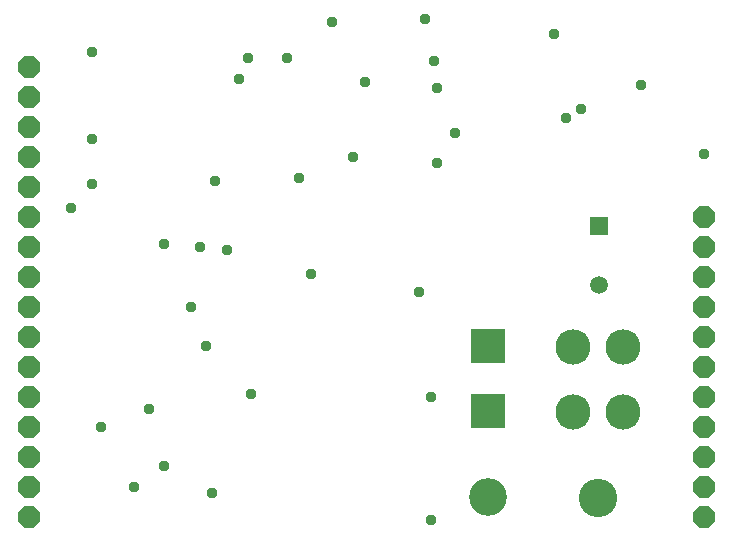
<source format=gbr>
G04 EAGLE Gerber RS-274X export*
G75*
%MOMM*%
%FSLAX34Y34*%
%LPD*%
%INSoldermask Bottom*%
%IPPOS*%
%AMOC8*
5,1,8,0,0,1.08239X$1,22.5*%
G01*
%ADD10P,1.951982X8X22.500000*%
%ADD11C,2.978200*%
%ADD12C,3.253200*%
%ADD13R,2.908300X2.908300*%
%ADD14C,3.200400*%
%ADD15R,1.511200X1.511200*%
%ADD16C,1.511200*%
%ADD17C,0.959600*%


D10*
X33020Y60960D03*
X33020Y86360D03*
X33020Y111760D03*
X33020Y137160D03*
X33020Y162560D03*
X33020Y187960D03*
X33020Y213360D03*
X33020Y238760D03*
X33020Y264160D03*
X33020Y289560D03*
X33020Y314960D03*
X33020Y340360D03*
X33020Y365760D03*
X33020Y391160D03*
X33020Y416560D03*
X33020Y441960D03*
X604520Y60960D03*
X604520Y86360D03*
X604520Y111760D03*
X604520Y137160D03*
X604520Y162560D03*
X604520Y187960D03*
X604520Y213360D03*
X604520Y238760D03*
X604520Y264160D03*
X604520Y289560D03*
X604520Y314960D03*
D11*
X535940Y149860D03*
X493940Y149860D03*
X535940Y204860D03*
X493940Y204860D03*
D12*
X514940Y76860D03*
D13*
X422008Y150546D03*
D14*
X422008Y77648D03*
D13*
X422008Y205664D03*
D15*
X515620Y307340D03*
D16*
X515620Y257340D03*
D17*
X271780Y266700D03*
X93980Y137160D03*
X261620Y347980D03*
X86360Y381000D03*
X190500Y345440D03*
X200660Y287020D03*
X86360Y342900D03*
X317500Y429260D03*
X307340Y365760D03*
X551180Y426720D03*
X121920Y86360D03*
X368300Y482600D03*
X604520Y368300D03*
X220980Y165100D03*
X378460Y360680D03*
X363220Y251460D03*
X373380Y58420D03*
X182880Y205740D03*
X187960Y81280D03*
X68580Y322580D03*
X86360Y454660D03*
X373380Y162560D03*
X210820Y431800D03*
X375920Y447040D03*
X177800Y289560D03*
X487680Y398780D03*
X170180Y238760D03*
X134620Y152400D03*
X147320Y292100D03*
X147320Y104140D03*
X289560Y480060D03*
X477520Y469900D03*
X500380Y406400D03*
X218440Y449580D03*
X251460Y449580D03*
X378460Y424180D03*
X393700Y386080D03*
M02*

</source>
